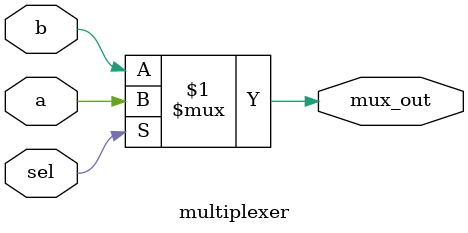
<source format=v>
module multiplexer(output mux_out , input sel, a,b);

assign mux_out=(sel)?a:b;


endmodule
</source>
